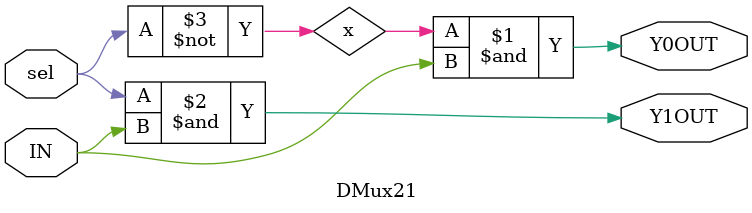
<source format=v>

module DMux21(

	input IN,
	input sel,
	output wire Y0OUT,
	output wire Y1OUT

);


wire x;

	and and1(Y0OUT, x, IN);
	and and2(Y1OUT, sel,IN);
	not not1(x, sel);


endmodule

</source>
